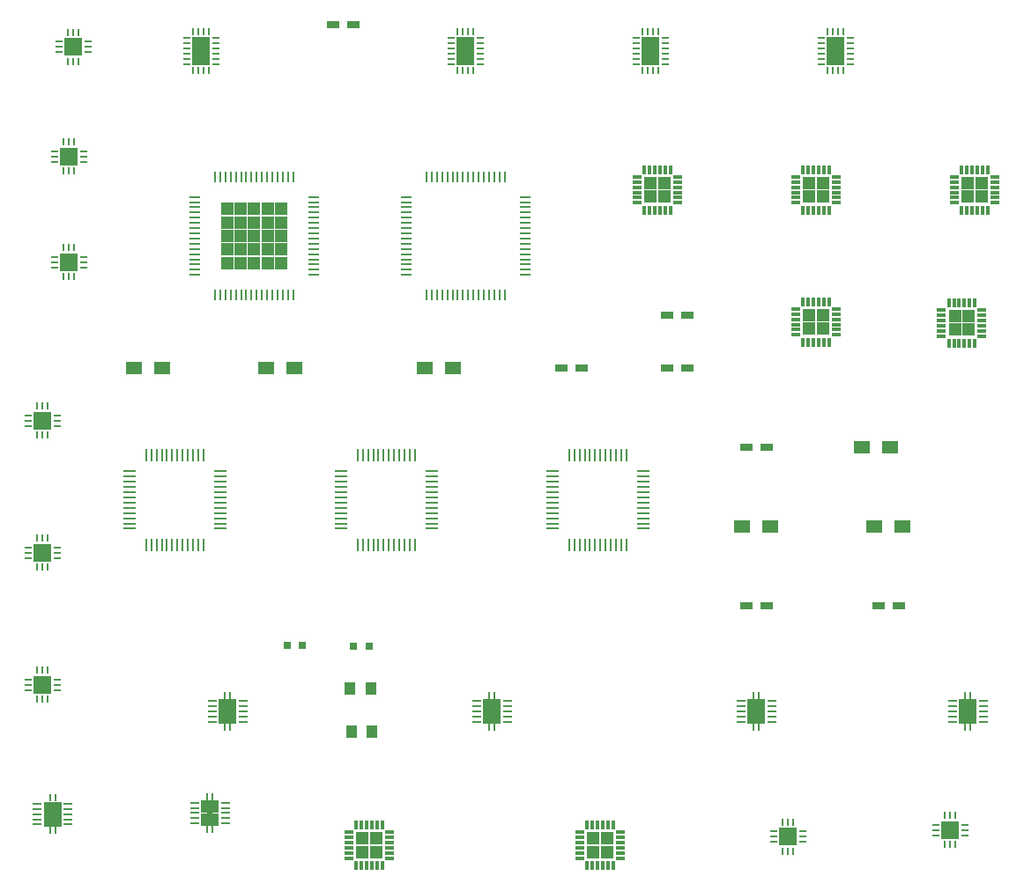
<source format=gbr>
G04 #@! TF.GenerationSoftware,KiCad,Pcbnew,(5.1.5)-3*
G04 #@! TF.CreationDate,2020-04-26T20:22:25+03:00*
G04 #@! TF.ProjectId,PCB soldering test board,50434220-736f-46c6-9465-72696e672074,rev?*
G04 #@! TF.SameCoordinates,Original*
G04 #@! TF.FileFunction,Copper,L1,Top*
G04 #@! TF.FilePolarity,Positive*
%FSLAX46Y46*%
G04 Gerber Fmt 4.6, Leading zero omitted, Abs format (unit mm)*
G04 Created by KiCad (PCBNEW (5.1.5)-3) date 2020-04-26 20:22:25*
%MOMM*%
%LPD*%
G04 APERTURE LIST*
%ADD10R,0.800000X0.750000*%
%ADD11R,1.000000X1.250000*%
%ADD12R,0.850000X0.300000*%
%ADD13R,0.300000X0.850000*%
%ADD14R,1.300000X1.300000*%
%ADD15R,0.700000X0.250000*%
%ADD16R,0.250000X0.700000*%
%ADD17R,0.825000X0.825000*%
%ADD18R,0.850000X0.280000*%
%ADD19R,0.825000X1.200000*%
%ADD20R,0.280000X0.700000*%
%ADD21C,0.600000*%
%ADD22R,1.200000X0.750000*%
%ADD23R,1.500000X1.300000*%
%ADD24R,0.825000X1.325000*%
%ADD25R,1.300000X0.250000*%
%ADD26R,0.250000X1.300000*%
%ADD27R,1.000000X0.250000*%
%ADD28R,0.250000X1.000000*%
G04 APERTURE END LIST*
D10*
X86973980Y-102862380D03*
X88473980Y-102862380D03*
X94841760Y-102933500D03*
X93341760Y-102933500D03*
D11*
X95162880Y-111188500D03*
X93162880Y-111188500D03*
X93023180Y-107061000D03*
X95023180Y-107061000D03*
D12*
X115121140Y-120830020D03*
X115121140Y-121330020D03*
X115121140Y-121830020D03*
X115121140Y-122330020D03*
X115121140Y-122830020D03*
X115121140Y-123330020D03*
D13*
X115821140Y-124030020D03*
X116321140Y-124030020D03*
X116821140Y-124030020D03*
X117321140Y-124030020D03*
X117821140Y-124030020D03*
X118321140Y-124030020D03*
D12*
X119021140Y-123330020D03*
X119021140Y-122830020D03*
X119021140Y-122330020D03*
X119021140Y-121830020D03*
X119021140Y-121330020D03*
X119021140Y-120830020D03*
D13*
X118321140Y-120130020D03*
X117821140Y-120130020D03*
X117321140Y-120130020D03*
X116821140Y-120130020D03*
X116321140Y-120130020D03*
X115821140Y-120130020D03*
D14*
X117721140Y-122730020D03*
X117721140Y-121430020D03*
X116421140Y-122730020D03*
X116421140Y-121430020D03*
X94246940Y-121430020D03*
X94246940Y-122730020D03*
X95546940Y-121430020D03*
X95546940Y-122730020D03*
D13*
X93646940Y-120130020D03*
X94146940Y-120130020D03*
X94646940Y-120130020D03*
X95146940Y-120130020D03*
X95646940Y-120130020D03*
X96146940Y-120130020D03*
D12*
X96846940Y-120830020D03*
X96846940Y-121330020D03*
X96846940Y-121830020D03*
X96846940Y-122330020D03*
X96846940Y-122830020D03*
X96846940Y-123330020D03*
D13*
X96146940Y-124030020D03*
X95646940Y-124030020D03*
X95146940Y-124030020D03*
X94646940Y-124030020D03*
X94146940Y-124030020D03*
X93646940Y-124030020D03*
D12*
X92946940Y-123330020D03*
X92946940Y-122830020D03*
X92946940Y-122330020D03*
X92946940Y-121830020D03*
X92946940Y-121330020D03*
X92946940Y-120830020D03*
D15*
X133712760Y-120759600D03*
X133712760Y-121259600D03*
X133712760Y-121759600D03*
D16*
X134612760Y-122659600D03*
X135112760Y-122659600D03*
X135612760Y-122659600D03*
D15*
X136512760Y-121759600D03*
X136512760Y-121259600D03*
X136512760Y-120759600D03*
D16*
X135612760Y-119859600D03*
X135112760Y-119859600D03*
X134612760Y-119859600D03*
D17*
X135525260Y-121672100D03*
X135525260Y-120847100D03*
X134700260Y-121672100D03*
X134700260Y-120847100D03*
X150290780Y-120224800D03*
X150290780Y-121049800D03*
X151115780Y-120224800D03*
X151115780Y-121049800D03*
D16*
X150203280Y-119237300D03*
X150703280Y-119237300D03*
X151203280Y-119237300D03*
D15*
X152103280Y-120137300D03*
X152103280Y-120637300D03*
X152103280Y-121137300D03*
D16*
X151203280Y-122037300D03*
X150703280Y-122037300D03*
X150203280Y-122037300D03*
D15*
X149303280Y-121137300D03*
X149303280Y-120637300D03*
X149303280Y-120137300D03*
D18*
X78105740Y-118001540D03*
X78105740Y-118501540D03*
X78105740Y-119001540D03*
X78105740Y-119501540D03*
X78105740Y-120001540D03*
X81055740Y-120001540D03*
X81055740Y-119501540D03*
X81055740Y-119001540D03*
X81055740Y-118501540D03*
X81055740Y-118001540D03*
D19*
X79168240Y-118401540D03*
X79168240Y-119601540D03*
X79993240Y-118401540D03*
X79993240Y-119601540D03*
D20*
X79330740Y-117451540D03*
X79330740Y-120551540D03*
X79830740Y-117451540D03*
X79830740Y-120551540D03*
D21*
X79080740Y-118251540D03*
X79080740Y-119751540D03*
X80080740Y-118251540D03*
X80080740Y-119751540D03*
X79580740Y-119001540D03*
X64472820Y-119098060D03*
X64972820Y-119848060D03*
X64972820Y-118348060D03*
X63972820Y-119848060D03*
X63972820Y-118348060D03*
D20*
X64722820Y-120648060D03*
X64722820Y-117548060D03*
X64222820Y-120648060D03*
X64222820Y-117548060D03*
D19*
X64885320Y-119698060D03*
X64885320Y-118498060D03*
X64060320Y-119698060D03*
X64060320Y-118498060D03*
D18*
X65947820Y-118098060D03*
X65947820Y-118598060D03*
X65947820Y-119098060D03*
X65947820Y-119598060D03*
X65947820Y-120098060D03*
X62997820Y-120098060D03*
X62997820Y-119598060D03*
X62997820Y-119098060D03*
X62997820Y-118598060D03*
X62997820Y-118098060D03*
D17*
X66040000Y-44895000D03*
X66040000Y-45720000D03*
X66865000Y-44895000D03*
X66865000Y-45720000D03*
D16*
X65952500Y-43907500D03*
X66452500Y-43907500D03*
X66952500Y-43907500D03*
D15*
X67852500Y-44807500D03*
X67852500Y-45307500D03*
X67852500Y-45807500D03*
D16*
X66952500Y-46707500D03*
X66452500Y-46707500D03*
X65952500Y-46707500D03*
D15*
X65052500Y-45807500D03*
X65052500Y-45307500D03*
X65052500Y-44807500D03*
X62100000Y-80780000D03*
X62100000Y-81280000D03*
X62100000Y-81780000D03*
D16*
X63000000Y-82680000D03*
X63500000Y-82680000D03*
X64000000Y-82680000D03*
D15*
X64900000Y-81780000D03*
X64900000Y-81280000D03*
X64900000Y-80780000D03*
D16*
X64000000Y-79880000D03*
X63500000Y-79880000D03*
X63000000Y-79880000D03*
D17*
X63912500Y-81692500D03*
X63912500Y-80867500D03*
X63087500Y-81692500D03*
X63087500Y-80867500D03*
X63087500Y-93567500D03*
X63087500Y-94392500D03*
X63912500Y-93567500D03*
X63912500Y-94392500D03*
D16*
X63000000Y-92580000D03*
X63500000Y-92580000D03*
X64000000Y-92580000D03*
D15*
X64900000Y-93480000D03*
X64900000Y-93980000D03*
X64900000Y-94480000D03*
D16*
X64000000Y-95380000D03*
X63500000Y-95380000D03*
X63000000Y-95380000D03*
D15*
X62100000Y-94480000D03*
X62100000Y-93980000D03*
X62100000Y-93480000D03*
X62100000Y-106180000D03*
X62100000Y-106680000D03*
X62100000Y-107180000D03*
D16*
X63000000Y-108080000D03*
X63500000Y-108080000D03*
X64000000Y-108080000D03*
D15*
X64900000Y-107180000D03*
X64900000Y-106680000D03*
X64900000Y-106180000D03*
D16*
X64000000Y-105280000D03*
X63500000Y-105280000D03*
X63000000Y-105280000D03*
D17*
X63912500Y-107092500D03*
X63912500Y-106267500D03*
X63087500Y-107092500D03*
X63087500Y-106267500D03*
X65627500Y-65627500D03*
X65627500Y-66452500D03*
X66452500Y-65627500D03*
X66452500Y-66452500D03*
D16*
X65540000Y-64640000D03*
X66040000Y-64640000D03*
X66540000Y-64640000D03*
D15*
X67440000Y-65540000D03*
X67440000Y-66040000D03*
X67440000Y-66540000D03*
D16*
X66540000Y-67440000D03*
X66040000Y-67440000D03*
X65540000Y-67440000D03*
D15*
X64640000Y-66540000D03*
X64640000Y-66040000D03*
X64640000Y-65540000D03*
X64640000Y-55380000D03*
X64640000Y-55880000D03*
X64640000Y-56380000D03*
D16*
X65540000Y-57280000D03*
X66040000Y-57280000D03*
X66540000Y-57280000D03*
D15*
X67440000Y-56380000D03*
X67440000Y-55880000D03*
X67440000Y-55380000D03*
D16*
X66540000Y-54480000D03*
X66040000Y-54480000D03*
X65540000Y-54480000D03*
D17*
X66452500Y-56292500D03*
X66452500Y-55467500D03*
X65627500Y-56292500D03*
X65627500Y-55467500D03*
D22*
X131130000Y-83820000D03*
X133030000Y-83820000D03*
X125410000Y-71120000D03*
X123510000Y-71120000D03*
X123510000Y-76200000D03*
X125410000Y-76200000D03*
X115250000Y-76200000D03*
X113350000Y-76200000D03*
X91440000Y-43180000D03*
X93340000Y-43180000D03*
X145730000Y-99060000D03*
X143830000Y-99060000D03*
X131130000Y-99060000D03*
X133030000Y-99060000D03*
D23*
X144940000Y-83820000D03*
X142240000Y-83820000D03*
X143430000Y-91440000D03*
X146130000Y-91440000D03*
X133430000Y-91440000D03*
X130730000Y-91440000D03*
X100250000Y-76200000D03*
X102950000Y-76200000D03*
X87710000Y-76200000D03*
X85010000Y-76200000D03*
X72310000Y-76200000D03*
X75010000Y-76200000D03*
D18*
X150925000Y-108220000D03*
X150925000Y-108720000D03*
X150925000Y-109220000D03*
X150925000Y-109720000D03*
X150925000Y-110220000D03*
X153875000Y-110220000D03*
X153875000Y-109720000D03*
X153875000Y-109220000D03*
X153875000Y-108720000D03*
X153875000Y-108220000D03*
D19*
X151987500Y-108620000D03*
X151987500Y-109820000D03*
X152812500Y-108620000D03*
X152812500Y-109820000D03*
D20*
X152150000Y-107670000D03*
X152150000Y-110770000D03*
X152650000Y-107670000D03*
X152650000Y-110770000D03*
D21*
X151900000Y-108470000D03*
X151900000Y-109970000D03*
X152900000Y-108470000D03*
X152900000Y-109970000D03*
X152400000Y-109220000D03*
D15*
X138300000Y-44470000D03*
X138300000Y-44970000D03*
X138300000Y-45470000D03*
X138300000Y-45970000D03*
X138300000Y-46470000D03*
X138300000Y-46970000D03*
D16*
X138950000Y-47620000D03*
X139450000Y-47620000D03*
X139950000Y-47620000D03*
X140450000Y-47620000D03*
D15*
X141100000Y-46970000D03*
X141100000Y-46470000D03*
X141100000Y-45970000D03*
X141100000Y-45470000D03*
X141100000Y-44970000D03*
X141100000Y-44470000D03*
D16*
X140450000Y-43820000D03*
X139950000Y-43820000D03*
X139450000Y-43820000D03*
X138950000Y-43820000D03*
D24*
X140112500Y-46382500D03*
X140112500Y-45057500D03*
X139287500Y-46382500D03*
X139287500Y-45057500D03*
D15*
X120520000Y-44470000D03*
X120520000Y-44970000D03*
X120520000Y-45470000D03*
X120520000Y-45970000D03*
X120520000Y-46470000D03*
X120520000Y-46970000D03*
D16*
X121170000Y-47620000D03*
X121670000Y-47620000D03*
X122170000Y-47620000D03*
X122670000Y-47620000D03*
D15*
X123320000Y-46970000D03*
X123320000Y-46470000D03*
X123320000Y-45970000D03*
X123320000Y-45470000D03*
X123320000Y-44970000D03*
X123320000Y-44470000D03*
D16*
X122670000Y-43820000D03*
X122170000Y-43820000D03*
X121670000Y-43820000D03*
X121170000Y-43820000D03*
D24*
X122332500Y-46382500D03*
X122332500Y-45057500D03*
X121507500Y-46382500D03*
X121507500Y-45057500D03*
D15*
X102740000Y-44470000D03*
X102740000Y-44970000D03*
X102740000Y-45470000D03*
X102740000Y-45970000D03*
X102740000Y-46470000D03*
X102740000Y-46970000D03*
D16*
X103390000Y-47620000D03*
X103890000Y-47620000D03*
X104390000Y-47620000D03*
X104890000Y-47620000D03*
D15*
X105540000Y-46970000D03*
X105540000Y-46470000D03*
X105540000Y-45970000D03*
X105540000Y-45470000D03*
X105540000Y-44970000D03*
X105540000Y-44470000D03*
D16*
X104890000Y-43820000D03*
X104390000Y-43820000D03*
X103890000Y-43820000D03*
X103390000Y-43820000D03*
D24*
X104552500Y-46382500D03*
X104552500Y-45057500D03*
X103727500Y-46382500D03*
X103727500Y-45057500D03*
D15*
X77340000Y-44470000D03*
X77340000Y-44970000D03*
X77340000Y-45470000D03*
X77340000Y-45970000D03*
X77340000Y-46470000D03*
X77340000Y-46970000D03*
D16*
X77990000Y-47620000D03*
X78490000Y-47620000D03*
X78990000Y-47620000D03*
X79490000Y-47620000D03*
D15*
X80140000Y-46970000D03*
X80140000Y-46470000D03*
X80140000Y-45970000D03*
X80140000Y-45470000D03*
X80140000Y-44970000D03*
X80140000Y-44470000D03*
D16*
X79490000Y-43820000D03*
X78990000Y-43820000D03*
X78490000Y-43820000D03*
X77990000Y-43820000D03*
D24*
X79152500Y-46382500D03*
X79152500Y-45057500D03*
X78327500Y-46382500D03*
X78327500Y-45057500D03*
D18*
X130605000Y-108220000D03*
X130605000Y-108720000D03*
X130605000Y-109220000D03*
X130605000Y-109720000D03*
X130605000Y-110220000D03*
X133555000Y-110220000D03*
X133555000Y-109720000D03*
X133555000Y-109220000D03*
X133555000Y-108720000D03*
X133555000Y-108220000D03*
D19*
X131667500Y-108620000D03*
X131667500Y-109820000D03*
X132492500Y-108620000D03*
X132492500Y-109820000D03*
D20*
X131830000Y-107670000D03*
X131830000Y-110770000D03*
X132330000Y-107670000D03*
X132330000Y-110770000D03*
D21*
X131580000Y-108470000D03*
X131580000Y-109970000D03*
X132580000Y-108470000D03*
X132580000Y-109970000D03*
X132080000Y-109220000D03*
D18*
X105205000Y-108220000D03*
X105205000Y-108720000D03*
X105205000Y-109220000D03*
X105205000Y-109720000D03*
X105205000Y-110220000D03*
X108155000Y-110220000D03*
X108155000Y-109720000D03*
X108155000Y-109220000D03*
X108155000Y-108720000D03*
X108155000Y-108220000D03*
D19*
X106267500Y-108620000D03*
X106267500Y-109820000D03*
X107092500Y-108620000D03*
X107092500Y-109820000D03*
D20*
X106430000Y-107670000D03*
X106430000Y-110770000D03*
X106930000Y-107670000D03*
X106930000Y-110770000D03*
D21*
X106180000Y-108470000D03*
X106180000Y-109970000D03*
X107180000Y-108470000D03*
X107180000Y-109970000D03*
X106680000Y-109220000D03*
D18*
X79805000Y-108220000D03*
X79805000Y-108720000D03*
X79805000Y-109220000D03*
X79805000Y-109720000D03*
X79805000Y-110220000D03*
X82755000Y-110220000D03*
X82755000Y-109720000D03*
X82755000Y-109220000D03*
X82755000Y-108720000D03*
X82755000Y-108220000D03*
D19*
X80867500Y-108620000D03*
X80867500Y-109820000D03*
X81692500Y-108620000D03*
X81692500Y-109820000D03*
D20*
X81030000Y-107670000D03*
X81030000Y-110770000D03*
X81530000Y-107670000D03*
X81530000Y-110770000D03*
D21*
X80780000Y-108470000D03*
X80780000Y-109970000D03*
X81780000Y-108470000D03*
X81780000Y-109970000D03*
X81280000Y-109220000D03*
D25*
X71850000Y-86150000D03*
X71850000Y-86650000D03*
X71850000Y-87150000D03*
X71850000Y-87650000D03*
X71850000Y-88150000D03*
X71850000Y-88650000D03*
X71850000Y-89150000D03*
X71850000Y-89650000D03*
X71850000Y-90150000D03*
X71850000Y-90650000D03*
X71850000Y-91150000D03*
X71850000Y-91650000D03*
D26*
X73450000Y-93250000D03*
X73950000Y-93250000D03*
X74450000Y-93250000D03*
X74950000Y-93250000D03*
X75450000Y-93250000D03*
X75950000Y-93250000D03*
X76450000Y-93250000D03*
X76950000Y-93250000D03*
X77450000Y-93250000D03*
X77950000Y-93250000D03*
X78450000Y-93250000D03*
X78950000Y-93250000D03*
D25*
X80550000Y-91650000D03*
X80550000Y-91150000D03*
X80550000Y-90650000D03*
X80550000Y-90150000D03*
X80550000Y-89650000D03*
X80550000Y-89150000D03*
X80550000Y-88650000D03*
X80550000Y-88150000D03*
X80550000Y-87650000D03*
X80550000Y-87150000D03*
X80550000Y-86650000D03*
X80550000Y-86150000D03*
D26*
X78950000Y-84550000D03*
X78450000Y-84550000D03*
X77950000Y-84550000D03*
X77450000Y-84550000D03*
X76950000Y-84550000D03*
X76450000Y-84550000D03*
X75950000Y-84550000D03*
X75450000Y-84550000D03*
X74950000Y-84550000D03*
X74450000Y-84550000D03*
X73950000Y-84550000D03*
X73450000Y-84550000D03*
D25*
X112490000Y-86150000D03*
X112490000Y-86650000D03*
X112490000Y-87150000D03*
X112490000Y-87650000D03*
X112490000Y-88150000D03*
X112490000Y-88650000D03*
X112490000Y-89150000D03*
X112490000Y-89650000D03*
X112490000Y-90150000D03*
X112490000Y-90650000D03*
X112490000Y-91150000D03*
X112490000Y-91650000D03*
D26*
X114090000Y-93250000D03*
X114590000Y-93250000D03*
X115090000Y-93250000D03*
X115590000Y-93250000D03*
X116090000Y-93250000D03*
X116590000Y-93250000D03*
X117090000Y-93250000D03*
X117590000Y-93250000D03*
X118090000Y-93250000D03*
X118590000Y-93250000D03*
X119090000Y-93250000D03*
X119590000Y-93250000D03*
D25*
X121190000Y-91650000D03*
X121190000Y-91150000D03*
X121190000Y-90650000D03*
X121190000Y-90150000D03*
X121190000Y-89650000D03*
X121190000Y-89150000D03*
X121190000Y-88650000D03*
X121190000Y-88150000D03*
X121190000Y-87650000D03*
X121190000Y-87150000D03*
X121190000Y-86650000D03*
X121190000Y-86150000D03*
D26*
X119590000Y-84550000D03*
X119090000Y-84550000D03*
X118590000Y-84550000D03*
X118090000Y-84550000D03*
X117590000Y-84550000D03*
X117090000Y-84550000D03*
X116590000Y-84550000D03*
X116090000Y-84550000D03*
X115590000Y-84550000D03*
X115090000Y-84550000D03*
X114590000Y-84550000D03*
X114090000Y-84550000D03*
D25*
X92170000Y-86150000D03*
X92170000Y-86650000D03*
X92170000Y-87150000D03*
X92170000Y-87650000D03*
X92170000Y-88150000D03*
X92170000Y-88650000D03*
X92170000Y-89150000D03*
X92170000Y-89650000D03*
X92170000Y-90150000D03*
X92170000Y-90650000D03*
X92170000Y-91150000D03*
X92170000Y-91650000D03*
D26*
X93770000Y-93250000D03*
X94270000Y-93250000D03*
X94770000Y-93250000D03*
X95270000Y-93250000D03*
X95770000Y-93250000D03*
X96270000Y-93250000D03*
X96770000Y-93250000D03*
X97270000Y-93250000D03*
X97770000Y-93250000D03*
X98270000Y-93250000D03*
X98770000Y-93250000D03*
X99270000Y-93250000D03*
D25*
X100870000Y-91650000D03*
X100870000Y-91150000D03*
X100870000Y-90650000D03*
X100870000Y-90150000D03*
X100870000Y-89650000D03*
X100870000Y-89150000D03*
X100870000Y-88650000D03*
X100870000Y-88150000D03*
X100870000Y-87650000D03*
X100870000Y-87150000D03*
X100870000Y-86650000D03*
X100870000Y-86150000D03*
D26*
X99270000Y-84550000D03*
X98770000Y-84550000D03*
X98270000Y-84550000D03*
X97770000Y-84550000D03*
X97270000Y-84550000D03*
X96770000Y-84550000D03*
X96270000Y-84550000D03*
X95770000Y-84550000D03*
X95270000Y-84550000D03*
X94770000Y-84550000D03*
X94270000Y-84550000D03*
X93770000Y-84550000D03*
D27*
X98440000Y-59750000D03*
X98440000Y-60250000D03*
X98440000Y-60750000D03*
X98440000Y-61250000D03*
X98440000Y-61750000D03*
X98440000Y-62250000D03*
X98440000Y-62750000D03*
X98440000Y-63250000D03*
X98440000Y-63750000D03*
X98440000Y-64250000D03*
X98440000Y-64750000D03*
X98440000Y-65250000D03*
X98440000Y-65750000D03*
X98440000Y-66250000D03*
X98440000Y-66750000D03*
X98440000Y-67250000D03*
D28*
X100390000Y-69200000D03*
X100890000Y-69200000D03*
X101390000Y-69200000D03*
X101890000Y-69200000D03*
X102390000Y-69200000D03*
X102890000Y-69200000D03*
X103390000Y-69200000D03*
X103890000Y-69200000D03*
X104390000Y-69200000D03*
X104890000Y-69200000D03*
X105390000Y-69200000D03*
X105890000Y-69200000D03*
X106390000Y-69200000D03*
X106890000Y-69200000D03*
X107390000Y-69200000D03*
X107890000Y-69200000D03*
D27*
X109840000Y-67250000D03*
X109840000Y-66750000D03*
X109840000Y-66250000D03*
X109840000Y-65750000D03*
X109840000Y-65250000D03*
X109840000Y-64750000D03*
X109840000Y-64250000D03*
X109840000Y-63750000D03*
X109840000Y-63250000D03*
X109840000Y-62750000D03*
X109840000Y-62250000D03*
X109840000Y-61750000D03*
X109840000Y-61250000D03*
X109840000Y-60750000D03*
X109840000Y-60250000D03*
X109840000Y-59750000D03*
D28*
X107890000Y-57800000D03*
X107390000Y-57800000D03*
X106890000Y-57800000D03*
X106390000Y-57800000D03*
X105890000Y-57800000D03*
X105390000Y-57800000D03*
X104890000Y-57800000D03*
X104390000Y-57800000D03*
X103890000Y-57800000D03*
X103390000Y-57800000D03*
X102890000Y-57800000D03*
X102390000Y-57800000D03*
X101890000Y-57800000D03*
X101390000Y-57800000D03*
X100890000Y-57800000D03*
X100390000Y-57800000D03*
D12*
X151100000Y-57820000D03*
X151100000Y-58320000D03*
X151100000Y-58820000D03*
X151100000Y-59320000D03*
X151100000Y-59820000D03*
X151100000Y-60320000D03*
D13*
X151800000Y-61020000D03*
X152300000Y-61020000D03*
X152800000Y-61020000D03*
X153300000Y-61020000D03*
X153800000Y-61020000D03*
X154300000Y-61020000D03*
D12*
X155000000Y-60320000D03*
X155000000Y-59820000D03*
X155000000Y-59320000D03*
X155000000Y-58820000D03*
X155000000Y-58320000D03*
X155000000Y-57820000D03*
D13*
X154300000Y-57120000D03*
X153800000Y-57120000D03*
X153300000Y-57120000D03*
X152800000Y-57120000D03*
X152300000Y-57120000D03*
X151800000Y-57120000D03*
D14*
X153700000Y-59720000D03*
X153700000Y-58420000D03*
X152400000Y-59720000D03*
X152400000Y-58420000D03*
D12*
X149860000Y-70620000D03*
X149860000Y-71120000D03*
X149860000Y-71620000D03*
X149860000Y-72120000D03*
X149860000Y-72620000D03*
X149860000Y-73120000D03*
D13*
X150560000Y-73820000D03*
X151060000Y-73820000D03*
X151560000Y-73820000D03*
X152060000Y-73820000D03*
X152560000Y-73820000D03*
X153060000Y-73820000D03*
D12*
X153760000Y-73120000D03*
X153760000Y-72620000D03*
X153760000Y-72120000D03*
X153760000Y-71620000D03*
X153760000Y-71120000D03*
X153760000Y-70620000D03*
D13*
X153060000Y-69920000D03*
X152560000Y-69920000D03*
X152060000Y-69920000D03*
X151560000Y-69920000D03*
X151060000Y-69920000D03*
X150560000Y-69920000D03*
D14*
X152460000Y-72520000D03*
X152460000Y-71220000D03*
X151160000Y-72520000D03*
X151160000Y-71220000D03*
D12*
X135860000Y-70520000D03*
X135860000Y-71020000D03*
X135860000Y-71520000D03*
X135860000Y-72020000D03*
X135860000Y-72520000D03*
X135860000Y-73020000D03*
D13*
X136560000Y-73720000D03*
X137060000Y-73720000D03*
X137560000Y-73720000D03*
X138060000Y-73720000D03*
X138560000Y-73720000D03*
X139060000Y-73720000D03*
D12*
X139760000Y-73020000D03*
X139760000Y-72520000D03*
X139760000Y-72020000D03*
X139760000Y-71520000D03*
X139760000Y-71020000D03*
X139760000Y-70520000D03*
D13*
X139060000Y-69820000D03*
X138560000Y-69820000D03*
X138060000Y-69820000D03*
X137560000Y-69820000D03*
X137060000Y-69820000D03*
X136560000Y-69820000D03*
D14*
X138460000Y-72420000D03*
X138460000Y-71120000D03*
X137160000Y-72420000D03*
X137160000Y-71120000D03*
D12*
X135860000Y-57820000D03*
X135860000Y-58320000D03*
X135860000Y-58820000D03*
X135860000Y-59320000D03*
X135860000Y-59820000D03*
X135860000Y-60320000D03*
D13*
X136560000Y-61020000D03*
X137060000Y-61020000D03*
X137560000Y-61020000D03*
X138060000Y-61020000D03*
X138560000Y-61020000D03*
X139060000Y-61020000D03*
D12*
X139760000Y-60320000D03*
X139760000Y-59820000D03*
X139760000Y-59320000D03*
X139760000Y-58820000D03*
X139760000Y-58320000D03*
X139760000Y-57820000D03*
D13*
X139060000Y-57120000D03*
X138560000Y-57120000D03*
X138060000Y-57120000D03*
X137560000Y-57120000D03*
X137060000Y-57120000D03*
X136560000Y-57120000D03*
D14*
X138460000Y-59720000D03*
X138460000Y-58420000D03*
X137160000Y-59720000D03*
X137160000Y-58420000D03*
D12*
X120620000Y-57820000D03*
X120620000Y-58320000D03*
X120620000Y-58820000D03*
X120620000Y-59320000D03*
X120620000Y-59820000D03*
X120620000Y-60320000D03*
D13*
X121320000Y-61020000D03*
X121820000Y-61020000D03*
X122320000Y-61020000D03*
X122820000Y-61020000D03*
X123320000Y-61020000D03*
X123820000Y-61020000D03*
D12*
X124520000Y-60320000D03*
X124520000Y-59820000D03*
X124520000Y-59320000D03*
X124520000Y-58820000D03*
X124520000Y-58320000D03*
X124520000Y-57820000D03*
D13*
X123820000Y-57120000D03*
X123320000Y-57120000D03*
X122820000Y-57120000D03*
X122320000Y-57120000D03*
X121820000Y-57120000D03*
X121320000Y-57120000D03*
D14*
X123220000Y-59720000D03*
X123220000Y-58420000D03*
X121920000Y-59720000D03*
X121920000Y-58420000D03*
D27*
X78120000Y-59750000D03*
X78120000Y-60250000D03*
X78120000Y-60750000D03*
X78120000Y-61250000D03*
X78120000Y-61750000D03*
X78120000Y-62250000D03*
X78120000Y-62750000D03*
X78120000Y-63250000D03*
X78120000Y-63750000D03*
X78120000Y-64250000D03*
X78120000Y-64750000D03*
X78120000Y-65250000D03*
X78120000Y-65750000D03*
X78120000Y-66250000D03*
X78120000Y-66750000D03*
X78120000Y-67250000D03*
D28*
X80070000Y-69200000D03*
X80570000Y-69200000D03*
X81070000Y-69200000D03*
X81570000Y-69200000D03*
X82070000Y-69200000D03*
X82570000Y-69200000D03*
X83070000Y-69200000D03*
X83570000Y-69200000D03*
X84070000Y-69200000D03*
X84570000Y-69200000D03*
X85070000Y-69200000D03*
X85570000Y-69200000D03*
X86070000Y-69200000D03*
X86570000Y-69200000D03*
X87070000Y-69200000D03*
X87570000Y-69200000D03*
D27*
X89520000Y-67250000D03*
X89520000Y-66750000D03*
X89520000Y-66250000D03*
X89520000Y-65750000D03*
X89520000Y-65250000D03*
X89520000Y-64750000D03*
X89520000Y-64250000D03*
X89520000Y-63750000D03*
X89520000Y-63250000D03*
X89520000Y-62750000D03*
X89520000Y-62250000D03*
X89520000Y-61750000D03*
X89520000Y-61250000D03*
X89520000Y-60750000D03*
X89520000Y-60250000D03*
X89520000Y-59750000D03*
D28*
X87570000Y-57800000D03*
X87070000Y-57800000D03*
X86570000Y-57800000D03*
X86070000Y-57800000D03*
X85570000Y-57800000D03*
X85070000Y-57800000D03*
X84570000Y-57800000D03*
X84070000Y-57800000D03*
X83570000Y-57800000D03*
X83070000Y-57800000D03*
X82570000Y-57800000D03*
X82070000Y-57800000D03*
X81570000Y-57800000D03*
X81070000Y-57800000D03*
X80570000Y-57800000D03*
X80070000Y-57800000D03*
D14*
X81220000Y-60900000D03*
X82520000Y-60900000D03*
X83820000Y-60900000D03*
X85120000Y-60900000D03*
X86420000Y-60900000D03*
X81220000Y-62200000D03*
X82520000Y-62200000D03*
X83820000Y-62200000D03*
X85120000Y-62200000D03*
X86420000Y-62200000D03*
X81220000Y-63500000D03*
X82520000Y-63500000D03*
X83820000Y-63500000D03*
X85120000Y-63500000D03*
X86420000Y-63500000D03*
X81220000Y-64800000D03*
X82520000Y-64800000D03*
X83820000Y-64800000D03*
X85120000Y-64800000D03*
X86420000Y-64800000D03*
X81220000Y-66100000D03*
X82520000Y-66100000D03*
X83820000Y-66100000D03*
X85120000Y-66100000D03*
X86420000Y-66100000D03*
M02*

</source>
